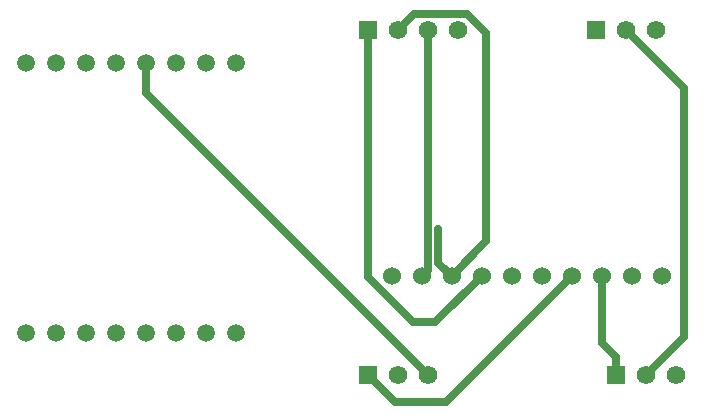
<source format=gbl>
G04 Layer: BottomLayer*
G04 EasyEDA v6.5.34, 2023-08-29 10:19:29*
G04 49c1189aaea244c0bf5c0b9dc7b8a4ca,07f4848b7c094117bb63b494a1dfdd33,10*
G04 Gerber Generator version 0.2*
G04 Scale: 100 percent, Rotated: No, Reflected: No *
G04 Dimensions in millimeters *
G04 leading zeros omitted , absolute positions ,4 integer and 5 decimal *
%FSLAX45Y45*%
%MOMM*%

%ADD10C,0.7000*%
%ADD11C,1.5240*%
%ADD12R,1.5748X1.5748*%
%ADD13C,1.5748*%
%ADD14C,1.5080*%
%ADD15C,0.6100*%

%LPD*%
D10*
X4330700Y2705100D02*
G01*
X1943100Y5092700D01*
X1943100Y5346700D01*
X5925565Y2705100D02*
G01*
X5925565Y2853893D01*
X5925565Y2853893D02*
G01*
X5803900Y2975559D01*
X5803900Y3543300D01*
X4422013Y3942714D02*
G01*
X4422013Y3655187D01*
X4533900Y3543300D01*
X6007100Y5624321D02*
G01*
X6500266Y5131155D01*
X6500266Y3025800D01*
X6179565Y2705100D01*
X4330700Y5625592D02*
G01*
X4330700Y3594100D01*
X4279900Y3543300D01*
X3822700Y2705100D02*
G01*
X4051300Y2476500D01*
X4483100Y2476500D01*
X5549900Y3543300D01*
X4076700Y5625592D02*
G01*
X4216400Y5765292D01*
X4660138Y5765292D01*
X4826000Y5599429D01*
X4826000Y3835400D01*
X4533900Y3543300D01*
X3822700Y5625592D02*
G01*
X3822700Y3530600D01*
X4203700Y3149600D01*
X4394200Y3149600D01*
X4787900Y3543300D01*
D11*
G01*
X4025900Y3543300D03*
G01*
X4279900Y3543300D03*
G01*
X4533900Y3543300D03*
G01*
X4787900Y3543300D03*
G01*
X5041900Y3543300D03*
G01*
X5295900Y3543300D03*
G01*
X5549900Y3543300D03*
G01*
X5803900Y3543300D03*
G01*
X6057900Y3543300D03*
G01*
X6311900Y3543300D03*
D12*
G01*
X3822700Y2705100D03*
D13*
G01*
X4076700Y2705100D03*
G01*
X4330700Y2705100D03*
D12*
G01*
X5753100Y5624321D03*
D13*
G01*
X6007100Y5624321D03*
G01*
X6261100Y5624321D03*
D12*
G01*
X3822700Y5625592D03*
D13*
G01*
X4076700Y5625592D03*
G01*
X4330700Y5625592D03*
G01*
X4584700Y5625592D03*
D12*
G01*
X5925565Y2705100D03*
D13*
G01*
X6179565Y2705100D03*
G01*
X6433565Y2705100D03*
D14*
G01*
X2705100Y3060700D03*
G01*
X2705100Y5346700D03*
G01*
X927100Y3060700D03*
G01*
X1181100Y3060700D03*
G01*
X1435100Y3060700D03*
G01*
X1689100Y3060700D03*
G01*
X1943100Y3060700D03*
G01*
X2197100Y3060700D03*
G01*
X2451100Y3060700D03*
G01*
X927100Y5346700D03*
G01*
X1181100Y5346700D03*
G01*
X1435100Y5346700D03*
G01*
X1689100Y5346700D03*
G01*
X1943100Y5346700D03*
G01*
X2197100Y5346700D03*
G01*
X2451100Y5346700D03*
D15*
G01*
X4422013Y3942714D03*
M02*

</source>
